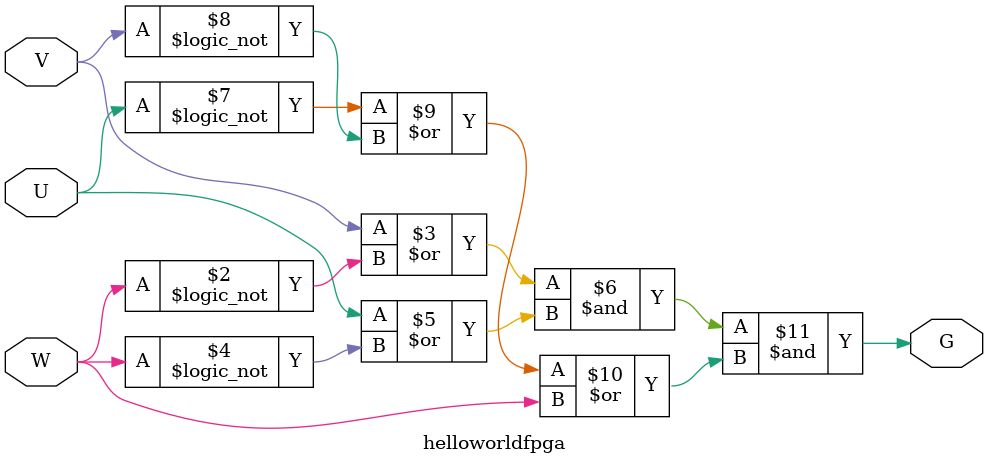
<source format=v>
module helloworldfpga(

    input  wire U,
    input  wire V,
    input  wire W,
    
    output wire G,
    );
   // assign U=0;
    //assign V=0;
    //assign W=0;
    
    always @(*)
    begin
   G=(V|!W)&(U|!W)&(!U|!V|W); 
    end
    endmodule

</source>
